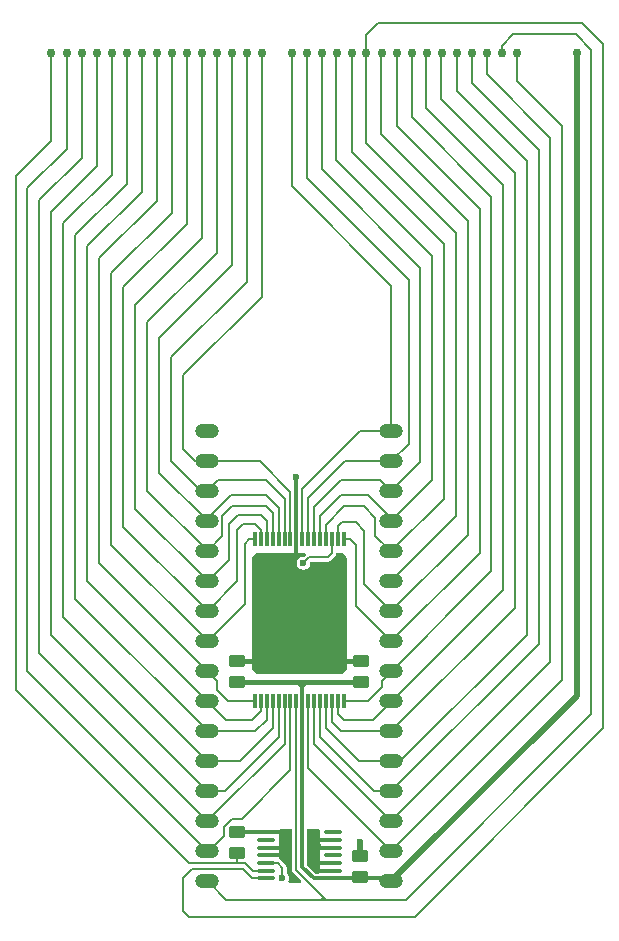
<source format=gbl>
G04 #@! TF.GenerationSoftware,KiCad,Pcbnew,9.0.1*
G04 #@! TF.CreationDate,2025-04-29T10:04:21+02:00*
G04 #@! TF.ProjectId,ProtoHu_revA_layer1,50726f74-6f48-4755-9f72-6576415f6c61,rev?*
G04 #@! TF.SameCoordinates,Original*
G04 #@! TF.FileFunction,Copper,L2,Bot*
G04 #@! TF.FilePolarity,Positive*
%FSLAX46Y46*%
G04 Gerber Fmt 4.6, Leading zero omitted, Abs format (unit mm)*
G04 Created by KiCad (PCBNEW 9.0.1) date 2025-04-29 10:04:21*
%MOMM*%
%LPD*%
G01*
G04 APERTURE LIST*
G04 Aperture macros list*
%AMRoundRect*
0 Rectangle with rounded corners*
0 $1 Rounding radius*
0 $2 $3 $4 $5 $6 $7 $8 $9 X,Y pos of 4 corners*
0 Add a 4 corners polygon primitive as box body*
4,1,4,$2,$3,$4,$5,$6,$7,$8,$9,$2,$3,0*
0 Add four circle primitives for the rounded corners*
1,1,$1+$1,$2,$3*
1,1,$1+$1,$4,$5*
1,1,$1+$1,$6,$7*
1,1,$1+$1,$8,$9*
0 Add four rect primitives between the rounded corners*
20,1,$1+$1,$2,$3,$4,$5,0*
20,1,$1+$1,$4,$5,$6,$7,0*
20,1,$1+$1,$6,$7,$8,$9,0*
20,1,$1+$1,$8,$9,$2,$3,0*%
G04 Aperture macros list end*
G04 #@! TA.AperFunction,SMDPad,CuDef*
%ADD10RoundRect,0.250000X0.450000X-0.262500X0.450000X0.262500X-0.450000X0.262500X-0.450000X-0.262500X0*%
G04 #@! TD*
G04 #@! TA.AperFunction,SMDPad,CuDef*
%ADD11RoundRect,0.250000X-0.450000X0.262500X-0.450000X-0.262500X0.450000X-0.262500X0.450000X0.262500X0*%
G04 #@! TD*
G04 #@! TA.AperFunction,SMDPad,CuDef*
%ADD12R,0.300000X1.300000*%
G04 #@! TD*
G04 #@! TA.AperFunction,ComponentPad*
%ADD13O,2.000000X1.250000*%
G04 #@! TD*
G04 #@! TA.AperFunction,SMDPad,CuDef*
%ADD14RoundRect,0.100000X-0.637500X-0.100000X0.637500X-0.100000X0.637500X0.100000X-0.637500X0.100000X0*%
G04 #@! TD*
G04 #@! TA.AperFunction,ViaPad*
%ADD15C,0.600000*%
G04 #@! TD*
G04 #@! TA.AperFunction,ViaPad*
%ADD16C,0.756400*%
G04 #@! TD*
G04 #@! TA.AperFunction,Conductor*
%ADD17C,0.300000*%
G04 #@! TD*
G04 #@! TA.AperFunction,Conductor*
%ADD18C,0.400000*%
G04 #@! TD*
G04 #@! TA.AperFunction,Conductor*
%ADD19C,0.500000*%
G04 #@! TD*
G04 #@! TA.AperFunction,Conductor*
%ADD20C,0.200000*%
G04 #@! TD*
G04 APERTURE END LIST*
D10*
X143256000Y-137310500D03*
X143256000Y-135485500D03*
X153670000Y-139342500D03*
X153670000Y-137517500D03*
D11*
X143250000Y-121007500D03*
X143250000Y-122832500D03*
D12*
X152245000Y-124450000D03*
X151745000Y-124450000D03*
X151245000Y-124450000D03*
X150745000Y-124450000D03*
X150245000Y-124450000D03*
X149745000Y-124450000D03*
X149245000Y-124450000D03*
X148745000Y-124450000D03*
X148245000Y-124450000D03*
X147745000Y-124450000D03*
X147245000Y-124450000D03*
X146745000Y-124450000D03*
X146245000Y-124450000D03*
X145745000Y-124450000D03*
X145245000Y-124450000D03*
X144745000Y-124450000D03*
X144745000Y-110750000D03*
X145245000Y-110750000D03*
X145745000Y-110750000D03*
X146245000Y-110750000D03*
X146745000Y-110750000D03*
X147245000Y-110750000D03*
X147745000Y-110750000D03*
X148245000Y-110750000D03*
X148745000Y-110750000D03*
X149245000Y-110750000D03*
X149745000Y-110750000D03*
X150245000Y-110750000D03*
X150745000Y-110750000D03*
X151245000Y-110750000D03*
X151745000Y-110750000D03*
X152245000Y-110750000D03*
D11*
X153732400Y-121007500D03*
X153732400Y-122832500D03*
D13*
X140716000Y-139700000D03*
X140716000Y-137160000D03*
X140716000Y-134620000D03*
X140716000Y-132080000D03*
X140716000Y-129540000D03*
X140716000Y-127000000D03*
X140716000Y-124460000D03*
X140716000Y-121920000D03*
X140716000Y-119380000D03*
X140716000Y-116840000D03*
X140716000Y-114300000D03*
X140716000Y-111760000D03*
X140716000Y-109220000D03*
X140716000Y-106680000D03*
X140716000Y-104140000D03*
X140716000Y-101600000D03*
X156274000Y-101600000D03*
X156274000Y-104140000D03*
X156274000Y-106680000D03*
X156274000Y-109220000D03*
X156274000Y-111760000D03*
X156274000Y-114300000D03*
X156274000Y-116840000D03*
X156274000Y-119380000D03*
X156274000Y-121920000D03*
X156274000Y-124460000D03*
X156274000Y-127000000D03*
X156274000Y-129540000D03*
X156274000Y-132080000D03*
X156274000Y-134620000D03*
X156274000Y-137160000D03*
X156274000Y-139700000D03*
D14*
X145637500Y-139450000D03*
X145637500Y-138800000D03*
X145637500Y-138150000D03*
X145637500Y-137500000D03*
X145637500Y-136850000D03*
X145637500Y-136200000D03*
X145637500Y-135550000D03*
X151362500Y-135550000D03*
X151362500Y-136200000D03*
X151362500Y-136850000D03*
X151362500Y-137500000D03*
X151362500Y-138150000D03*
X151362500Y-138800000D03*
X151362500Y-139450000D03*
D15*
X149700000Y-136200000D03*
X151130000Y-120500000D03*
X147300000Y-136200000D03*
X145750000Y-120500000D03*
X153670000Y-136398000D03*
X149700000Y-137700000D03*
X148240000Y-105470600D03*
X151130000Y-117094000D03*
X151130000Y-113284000D03*
X145669000Y-117094000D03*
X147300000Y-137700000D03*
X145669000Y-113284000D03*
D16*
X171983400Y-69570600D03*
X158013400Y-69570600D03*
X159283400Y-69570600D03*
X160553400Y-69570600D03*
X161823400Y-69570600D03*
X163093400Y-69570600D03*
X164363400Y-69570600D03*
X166903400Y-69570600D03*
X165633400Y-69570600D03*
X128803400Y-69570600D03*
X130073400Y-69570600D03*
X131343400Y-69570600D03*
X132613400Y-69570600D03*
X133883400Y-69570600D03*
X135153400Y-69570600D03*
X136423400Y-69570600D03*
X137693400Y-69570600D03*
X138963400Y-69570600D03*
X140233400Y-69570600D03*
X141503400Y-69570600D03*
X142773400Y-69570600D03*
X144043400Y-69570600D03*
X145313400Y-69570600D03*
X147853400Y-69570600D03*
X149123400Y-69570600D03*
X150393400Y-69570600D03*
X151663400Y-69570600D03*
X152933400Y-69570600D03*
D15*
X147066000Y-139446000D03*
X148844000Y-112776000D03*
D16*
X155473400Y-69570600D03*
X156743400Y-69570600D03*
X127508000Y-69596000D03*
X154178000Y-69596000D03*
D17*
X151362500Y-138150000D02*
X150150000Y-138150000D01*
X150350000Y-136850000D02*
X149700000Y-136200000D01*
X149286000Y-115250000D02*
X151130000Y-117094000D01*
X147066000Y-114193000D02*
X148123000Y-115250000D01*
D18*
X145750000Y-120500000D02*
X145242500Y-121007500D01*
X151130000Y-120500000D02*
X150599000Y-120500000D01*
D17*
X147320000Y-136652000D02*
X147122000Y-136850000D01*
X151362500Y-136850000D02*
X150350000Y-136850000D01*
X147122000Y-136850000D02*
X145637500Y-136850000D01*
X149700000Y-138450000D02*
X149700000Y-137700000D01*
X143320500Y-135550000D02*
X143256000Y-135485500D01*
X150150000Y-138150000D02*
X149700000Y-137700000D01*
X151362500Y-136200000D02*
X149700000Y-136200000D01*
D18*
X150599000Y-120500000D02*
X148123000Y-118024000D01*
D17*
X147066000Y-113284000D02*
X145669000Y-113284000D01*
X153390400Y-121070000D02*
X153732400Y-121070000D01*
X148123000Y-115250000D02*
X148123000Y-116332000D01*
X147100000Y-137500000D02*
X147300000Y-137700000D01*
X147066000Y-113284000D02*
X147066000Y-114193000D01*
X148240000Y-105470600D02*
X148240000Y-112110000D01*
D18*
X145750000Y-120500000D02*
X148123000Y-118127000D01*
D17*
X147320000Y-136200000D02*
X147320000Y-136652000D01*
X148123000Y-116332000D02*
X146431000Y-116332000D01*
X147320000Y-136200000D02*
X147320000Y-135720000D01*
D18*
X148123000Y-118024000D02*
X148123000Y-116332000D01*
D17*
X145637500Y-137500000D02*
X147100000Y-137500000D01*
D18*
X151700000Y-121070000D02*
X153390400Y-121070000D01*
X151130000Y-120500000D02*
X151700000Y-121070000D01*
D19*
X153670000Y-137517500D02*
X153670000Y-136398000D01*
D18*
X145242500Y-121007500D02*
X143250000Y-121007500D01*
D17*
X146431000Y-116332000D02*
X145669000Y-117094000D01*
X147150000Y-135550000D02*
X145637500Y-135550000D01*
X151362500Y-138800000D02*
X150050000Y-138800000D01*
D18*
X148123000Y-118127000D02*
X148123000Y-116332000D01*
D17*
X147320000Y-135720000D02*
X147150000Y-135550000D01*
X150050000Y-138800000D02*
X149700000Y-138450000D01*
X148123000Y-115250000D02*
X149286000Y-115250000D01*
X148240000Y-112110000D02*
X147066000Y-113284000D01*
X145637500Y-135550000D02*
X143320500Y-135550000D01*
X148745000Y-123210000D02*
X149122500Y-122832500D01*
X156025000Y-139446000D02*
X156279000Y-139700000D01*
D18*
X148162500Y-122832500D02*
X149500000Y-122832500D01*
X148162500Y-122832500D02*
X143250000Y-122832500D01*
D17*
X149700000Y-139450000D02*
X151362500Y-139450000D01*
D19*
X156279000Y-139700000D02*
X171983400Y-123995600D01*
X171983400Y-123995600D02*
X171983400Y-69570600D01*
D17*
X148745000Y-123205000D02*
X148745000Y-123415000D01*
X153773500Y-139446000D02*
X156025000Y-139446000D01*
X148745000Y-123415000D02*
X148745000Y-124260920D01*
X153670000Y-139342500D02*
X153773500Y-139446000D01*
X148745000Y-138495000D02*
X149700000Y-139450000D01*
X151362500Y-139450000D02*
X153562500Y-139450000D01*
X149122500Y-122832500D02*
X149500000Y-122832500D01*
X148745000Y-123415000D02*
X148745000Y-123210000D01*
X148162500Y-122832500D02*
X148372500Y-122832500D01*
X153562500Y-139450000D02*
X153670000Y-139342500D01*
X148745000Y-124450000D02*
X148745000Y-138495000D01*
D18*
X149500000Y-122832500D02*
X153732400Y-122832500D01*
D17*
X148372500Y-122832500D02*
X148745000Y-123205000D01*
D20*
X164750000Y-113449000D02*
X164750000Y-81750000D01*
X154300000Y-124450000D02*
X155500000Y-123250000D01*
X155500000Y-122699000D02*
X164750000Y-113449000D01*
X152245000Y-124450000D02*
X154300000Y-124450000D01*
X158013400Y-75013400D02*
X158013400Y-69570600D01*
X155500000Y-123250000D02*
X155500000Y-122699000D01*
X164750000Y-81750000D02*
X158013400Y-75013400D01*
X165750000Y-114989000D02*
X165750000Y-80750000D01*
X151745000Y-124450000D02*
X151745000Y-125495000D01*
X159258000Y-74258000D02*
X159258000Y-69596000D01*
X154739000Y-126000000D02*
X165750000Y-114989000D01*
X165750000Y-80750000D02*
X159258000Y-74258000D01*
X151745000Y-125495000D02*
X152250000Y-126000000D01*
X152250000Y-126000000D02*
X154739000Y-126000000D01*
X159258000Y-69596000D02*
X159283400Y-69570600D01*
X152000000Y-127000000D02*
X156279000Y-127000000D01*
X151245000Y-124450000D02*
X151245000Y-126245000D01*
X156279000Y-127000000D02*
X166750000Y-116529000D01*
X160451800Y-73451800D02*
X160451800Y-69672200D01*
X160451800Y-69672200D02*
X160553400Y-69570600D01*
X151245000Y-126245000D02*
X152000000Y-127000000D01*
X166750000Y-116529000D02*
X166750000Y-79750000D01*
X166750000Y-79750000D02*
X160451800Y-73451800D01*
X167750000Y-78750000D02*
X161823400Y-72823400D01*
X153540000Y-129540000D02*
X150745000Y-126745000D01*
X161823400Y-72823400D02*
X161823400Y-69570600D01*
X156692600Y-129540000D02*
X157009000Y-129540000D01*
X157009000Y-129540000D02*
X153540000Y-129540000D01*
X150745000Y-126745000D02*
X150745000Y-124450000D01*
X167750000Y-118799000D02*
X167750000Y-78750000D01*
X157009000Y-129540000D02*
X167750000Y-118799000D01*
X154830000Y-132080000D02*
X156274000Y-132080000D01*
X168750000Y-119604000D02*
X168750000Y-77750000D01*
X150245000Y-124450000D02*
X150245000Y-127495000D01*
X168750000Y-77750000D02*
X163093400Y-72093400D01*
X156274000Y-132080000D02*
X168750000Y-119604000D01*
X163093400Y-72093400D02*
X163093400Y-69570600D01*
X150245000Y-127495000D02*
X154830000Y-132080000D01*
X169750000Y-76750000D02*
X164363400Y-71363400D01*
X164363400Y-71363400D02*
X164363400Y-69570600D01*
X149745000Y-124450000D02*
X149745000Y-128091000D01*
X149745000Y-128091000D02*
X156274000Y-134620000D01*
X156274000Y-134620000D02*
X169750000Y-121144000D01*
X169750000Y-121144000D02*
X169750000Y-76750000D01*
X170750000Y-122684000D02*
X170750000Y-75750000D01*
X156274000Y-137160000D02*
X170750000Y-122684000D01*
X156274000Y-137160000D02*
X149245000Y-130131000D01*
X170750000Y-75750000D02*
X166903400Y-71903400D01*
X149245000Y-130131000D02*
X149245000Y-124450000D01*
X166903400Y-71903400D02*
X166903400Y-69570600D01*
X173228000Y-125522000D02*
X157500000Y-141250000D01*
X165633400Y-68935600D02*
X166573200Y-67995800D01*
X166573200Y-67995800D02*
X171907200Y-67995800D01*
X157500000Y-141250000D02*
X150500000Y-141250000D01*
X173228000Y-69316600D02*
X173228000Y-125522000D01*
X171907200Y-67995800D02*
X173228000Y-69316600D01*
X150250000Y-141250000D02*
X142271000Y-141250000D01*
X140721000Y-139700000D02*
X140721000Y-139192000D01*
X150500000Y-141250000D02*
X150250000Y-141250000D01*
X150500000Y-141100000D02*
X150350000Y-141250000D01*
X148245000Y-124450000D02*
X148245000Y-138745000D01*
X150350000Y-141250000D02*
X150250000Y-141250000D01*
X165633400Y-69570600D02*
X165633400Y-68935600D01*
X142271000Y-141250000D02*
X140721000Y-139700000D01*
X150500000Y-141000000D02*
X150750000Y-141250000D01*
X150500000Y-141000000D02*
X150500000Y-141100000D01*
X148245000Y-138745000D02*
X150500000Y-141000000D01*
X147745000Y-130255000D02*
X143600000Y-134400000D01*
X140840000Y-137160000D02*
X140716000Y-137160000D01*
X142100000Y-135059249D02*
X142100000Y-135900000D01*
X147745000Y-124450000D02*
X147745000Y-130255000D01*
X140716000Y-137160000D02*
X125476000Y-121920000D01*
X128803400Y-77696600D02*
X128803400Y-69570600D01*
X143600000Y-134400000D02*
X142759249Y-134400000D01*
X142100000Y-135900000D02*
X140840000Y-137160000D01*
X125476000Y-81024000D02*
X128803400Y-77696600D01*
X142759249Y-134400000D02*
X142100000Y-135059249D01*
X125476000Y-121920000D02*
X125476000Y-81024000D01*
X147245000Y-124450000D02*
X147245000Y-128091000D01*
X126492000Y-120396000D02*
X126492000Y-82008000D01*
X126492000Y-82008000D02*
X130073400Y-78426600D01*
X140716000Y-134620000D02*
X126492000Y-120396000D01*
X147245000Y-128091000D02*
X140716000Y-134620000D01*
X130073400Y-78426600D02*
X130073400Y-69570600D01*
X146745000Y-127505000D02*
X142170000Y-132080000D01*
X142170000Y-132080000D02*
X140716000Y-132080000D01*
X127508000Y-118872000D02*
X127508000Y-82992000D01*
X131343400Y-79156600D02*
X131343400Y-69570600D01*
X140716000Y-132080000D02*
X127508000Y-118872000D01*
X127508000Y-82992000D02*
X131343400Y-79156600D01*
X146745000Y-124450000D02*
X146745000Y-127505000D01*
X146245000Y-126755000D02*
X143460000Y-129540000D01*
X146245000Y-124450000D02*
X146245000Y-126755000D01*
X128524000Y-117348000D02*
X128524000Y-83976000D01*
X128524000Y-83976000D02*
X132613400Y-79886600D01*
X140716000Y-129540000D02*
X128524000Y-117348000D01*
X143460000Y-129540000D02*
X140716000Y-129540000D01*
X132613400Y-79886600D02*
X132613400Y-69570600D01*
X140721000Y-127000000D02*
X140372000Y-127000000D01*
X133883400Y-80616600D02*
X133883400Y-69570600D01*
X129540000Y-115819000D02*
X129540000Y-84960000D01*
X129540000Y-84960000D02*
X133883400Y-80616600D01*
X140721000Y-127000000D02*
X129540000Y-115819000D01*
X145745000Y-126005000D02*
X145745000Y-124450000D01*
X144750000Y-127000000D02*
X145745000Y-126005000D01*
X140721000Y-127000000D02*
X144750000Y-127000000D01*
X145245000Y-124450000D02*
X145245000Y-125255000D01*
X145245000Y-125255000D02*
X144500000Y-126000000D01*
X130556000Y-114295000D02*
X130556000Y-85944000D01*
X130556000Y-85944000D02*
X135153400Y-81346600D01*
X142261000Y-126000000D02*
X130556000Y-114295000D01*
X135153400Y-81346600D02*
X135153400Y-69570600D01*
X144500000Y-126000000D02*
X142261000Y-126000000D01*
X136423400Y-82076600D02*
X136423400Y-69570600D01*
X141500000Y-122699000D02*
X131572000Y-112771000D01*
X131572000Y-112771000D02*
X131572000Y-86928000D01*
X131572000Y-86928000D02*
X136423400Y-82076600D01*
X142450000Y-124450000D02*
X141500000Y-123500000D01*
X144745000Y-124450000D02*
X142450000Y-124450000D01*
X141500000Y-123500000D02*
X141500000Y-122699000D01*
X132588000Y-111247000D02*
X140721000Y-119380000D01*
X132588000Y-88204000D02*
X132588000Y-111247000D01*
X137693400Y-83098600D02*
X132588000Y-88204000D01*
X143891000Y-116210000D02*
X143891000Y-111125000D01*
X137693400Y-69570600D02*
X137693400Y-83098600D01*
X143891000Y-111125000D02*
X144266000Y-110750000D01*
X144266000Y-110750000D02*
X144745000Y-110750000D01*
X140721000Y-119380000D02*
X143891000Y-116210000D01*
X143256000Y-109982000D02*
X143764000Y-109474000D01*
X138963400Y-84036600D02*
X133604000Y-89396000D01*
X138963400Y-69570600D02*
X138963400Y-84036600D01*
X143256000Y-114305000D02*
X143256000Y-109982000D01*
X133604000Y-89396000D02*
X133604000Y-109723000D01*
X143764000Y-109474000D02*
X144780000Y-109474000D01*
X144780000Y-109474000D02*
X145245000Y-109939000D01*
X133604000Y-109723000D02*
X140721000Y-116840000D01*
X145245000Y-109939000D02*
X145245000Y-110750000D01*
X140721000Y-116840000D02*
X143256000Y-114305000D01*
X134620000Y-90880000D02*
X134620000Y-108199000D01*
X145745000Y-109169000D02*
X145745000Y-110750000D01*
X134620000Y-108199000D02*
X140721000Y-114300000D01*
X145288000Y-108712000D02*
X145745000Y-109169000D01*
X140233400Y-85266600D02*
X134620000Y-90880000D01*
X142556400Y-112464600D02*
X142556400Y-109442800D01*
X140721000Y-114300000D02*
X142556400Y-112464600D01*
X142556400Y-109442800D02*
X143287200Y-108712000D01*
X143287200Y-108712000D02*
X145288000Y-108712000D01*
X140233400Y-69570600D02*
X140233400Y-85266600D01*
X140721000Y-111760000D02*
X141986000Y-110495000D01*
X141986000Y-108774400D02*
X142810400Y-107950000D01*
X141986000Y-110495000D02*
X141986000Y-108774400D01*
X142810400Y-107950000D02*
X145655200Y-107950000D01*
X141503400Y-86496600D02*
X135636000Y-92364000D01*
X141503400Y-69570600D02*
X141503400Y-86496600D01*
X146245000Y-108539800D02*
X146245000Y-110750000D01*
X145655200Y-107950000D02*
X146245000Y-108539800D01*
X135636000Y-106675000D02*
X140721000Y-111760000D01*
X135636000Y-92364000D02*
X135636000Y-106675000D01*
X136652000Y-105151000D02*
X140721000Y-109220000D01*
X142682000Y-107000000D02*
X145670400Y-107000000D01*
X140721000Y-108961000D02*
X142682000Y-107000000D01*
X136652000Y-93704000D02*
X136652000Y-105151000D01*
X142824200Y-87531800D02*
X136652000Y-93704000D01*
X142824200Y-69621400D02*
X142824200Y-87531800D01*
X145670400Y-107000000D02*
X146745000Y-108074600D01*
X142773400Y-69570600D02*
X142824200Y-69621400D01*
X140721000Y-109220000D02*
X140721000Y-108961000D01*
X146745000Y-108074600D02*
X146745000Y-110750000D01*
X144068800Y-88931200D02*
X137668000Y-95332000D01*
X140208000Y-106680000D02*
X140716000Y-106680000D01*
X144043400Y-69570600D02*
X144068800Y-69596000D01*
X145639600Y-105750000D02*
X147245000Y-107355400D01*
X147245000Y-107355400D02*
X147245000Y-110750000D01*
X140716000Y-106680000D02*
X141646000Y-105750000D01*
X137668000Y-95332000D02*
X137668000Y-104140000D01*
X144068800Y-69596000D02*
X144068800Y-88931200D01*
X141646000Y-105750000D02*
X145639600Y-105750000D01*
X137668000Y-104140000D02*
X140208000Y-106680000D01*
X147745000Y-106745000D02*
X147745000Y-110750000D01*
X139700000Y-104140000D02*
X138684000Y-103124000D01*
X140721000Y-104140000D02*
X145140000Y-104140000D01*
X145140000Y-104140000D02*
X147745000Y-106745000D01*
X140721000Y-104140000D02*
X139700000Y-104140000D01*
X138684000Y-96816000D02*
X145313400Y-90186600D01*
X145313400Y-90186600D02*
X145313400Y-69570600D01*
X138684000Y-103124000D02*
X138684000Y-96816000D01*
X140721000Y-104140000D02*
X140721000Y-104133400D01*
X156274000Y-101600000D02*
X156274000Y-89274000D01*
X156274000Y-89274000D02*
X147853400Y-80853400D01*
X148745000Y-106513000D02*
X148745000Y-110750000D01*
X153658000Y-101600000D02*
X148745000Y-106513000D01*
X156279000Y-101600000D02*
X156274000Y-101600000D01*
X147853400Y-80853400D02*
X147853400Y-69570600D01*
X156274000Y-101600000D02*
X153658000Y-101600000D01*
X157750000Y-88750000D02*
X157750000Y-102669000D01*
X149245000Y-107255000D02*
X149245000Y-110750000D01*
X152360000Y-104140000D02*
X149245000Y-107255000D01*
X156279000Y-104140000D02*
X152360000Y-104140000D01*
X149123400Y-69570600D02*
X149123400Y-80123400D01*
X157750000Y-102669000D02*
X156279000Y-104140000D01*
X149123400Y-80123400D02*
X157750000Y-88750000D01*
X155344000Y-105750000D02*
X152000000Y-105750000D01*
X156279000Y-106680000D02*
X156274000Y-106680000D01*
X158750000Y-87750000D02*
X158750000Y-104209000D01*
X149745000Y-108005000D02*
X149745000Y-110750000D01*
X156274000Y-106680000D02*
X155344000Y-105750000D01*
X150393400Y-79393400D02*
X158750000Y-87750000D01*
X150393400Y-69570600D02*
X150393400Y-79393400D01*
X158750000Y-104209000D02*
X156279000Y-106680000D01*
X152000000Y-105750000D02*
X149745000Y-108005000D01*
X152000000Y-107000000D02*
X150245000Y-108755000D01*
X151663400Y-69570600D02*
X151638000Y-69596000D01*
X150245000Y-108755000D02*
X150245000Y-110750000D01*
X154306400Y-107000000D02*
X152000000Y-107000000D01*
X159750000Y-86750000D02*
X159750000Y-105749000D01*
X159750000Y-105749000D02*
X156279000Y-109220000D01*
X156279000Y-109220000D02*
X156279000Y-108972600D01*
X156279000Y-108972600D02*
X154306400Y-107000000D01*
X151638000Y-69596000D02*
X151638000Y-78638000D01*
X151638000Y-78638000D02*
X159750000Y-86750000D01*
X152300000Y-107950000D02*
X150745000Y-109505000D01*
X160750000Y-107289000D02*
X156279000Y-111760000D01*
X152933400Y-69570600D02*
X152933400Y-77933400D01*
X160750000Y-85750000D02*
X160750000Y-107289000D01*
X156279000Y-111760000D02*
X154940000Y-110421000D01*
X152933400Y-77933400D02*
X160750000Y-85750000D01*
X154940000Y-108903600D02*
X153986400Y-107950000D01*
X153986400Y-107950000D02*
X152300000Y-107950000D01*
X150745000Y-109505000D02*
X150745000Y-110750000D01*
X154940000Y-110421000D02*
X154940000Y-108903600D01*
X151245000Y-111913000D02*
X151245000Y-110750000D01*
X148844000Y-112776000D02*
X149352000Y-112268000D01*
X149352000Y-112268000D02*
X150890000Y-112268000D01*
X146650000Y-138150000D02*
X147066000Y-138566000D01*
X150890000Y-112268000D02*
X151245000Y-111913000D01*
X145637500Y-138150000D02*
X146650000Y-138150000D01*
X147066000Y-138566000D02*
X147066000Y-139446000D01*
X152116000Y-109250000D02*
X151745000Y-109621000D01*
X155422600Y-69621400D02*
X155422600Y-76422600D01*
X154000000Y-114561000D02*
X154000000Y-110000000D01*
X156279000Y-116840000D02*
X154000000Y-114561000D01*
X162750000Y-83750000D02*
X162750000Y-110369000D01*
X162750000Y-110369000D02*
X156279000Y-116840000D01*
X155473400Y-69570600D02*
X155422600Y-69621400D01*
X151745000Y-109621000D02*
X151745000Y-110750000D01*
X153250000Y-109250000D02*
X152116000Y-109250000D01*
X155422600Y-76422600D02*
X162750000Y-83750000D01*
X154000000Y-110000000D02*
X153250000Y-109250000D01*
X163750000Y-111909000D02*
X156279000Y-119380000D01*
X152750000Y-110750000D02*
X152245000Y-110750000D01*
X156279000Y-119380000D02*
X153250000Y-116351000D01*
X156743400Y-69570600D02*
X156743400Y-75743400D01*
X153250000Y-111250000D02*
X152750000Y-110750000D01*
X163750000Y-82750000D02*
X163750000Y-111909000D01*
X156743400Y-75743400D02*
X163750000Y-82750000D01*
X153250000Y-116351000D02*
X153250000Y-111250000D01*
X144550000Y-138800000D02*
X143900000Y-138150000D01*
X145637500Y-138800000D02*
X144550000Y-138800000D01*
X143256000Y-137310500D02*
X143256000Y-138150000D01*
X139150000Y-138150000D02*
X143256000Y-138150000D01*
X127508000Y-76992000D02*
X124500000Y-80000000D01*
X143900000Y-138150000D02*
X143256000Y-138150000D01*
X127508000Y-69596000D02*
X127508000Y-76992000D01*
X124500000Y-80000000D02*
X124500000Y-123500000D01*
X124500000Y-123500000D02*
X139150000Y-138150000D01*
X138684000Y-139446000D02*
X138684000Y-142240000D01*
X172466000Y-67056000D02*
X155194000Y-67056000D01*
X156274000Y-114300000D02*
X161798000Y-108776000D01*
X145641500Y-139446000D02*
X145637500Y-139450000D01*
X161798000Y-108776000D02*
X161798000Y-84798000D01*
X174244000Y-68834000D02*
X172466000Y-67056000D01*
X155194000Y-67056000D02*
X154178000Y-68072000D01*
X138684000Y-142240000D02*
X139194000Y-142750000D01*
X158250000Y-142750000D02*
X174244000Y-126756000D01*
X144450000Y-139450000D02*
X143684000Y-138684000D01*
X154178000Y-68072000D02*
X154178000Y-69596000D01*
X139194000Y-142750000D02*
X158250000Y-142750000D01*
X154178000Y-77178000D02*
X154178000Y-69596000D01*
X161798000Y-84798000D02*
X154178000Y-77178000D01*
X139446000Y-138684000D02*
X138684000Y-139446000D01*
X174244000Y-126756000D02*
X174244000Y-68834000D01*
X145637500Y-139450000D02*
X144450000Y-139450000D01*
X143684000Y-138684000D02*
X139446000Y-138684000D01*
G04 #@! TA.AperFunction,Conductor*
G36*
X147837539Y-135265685D02*
G01*
X147883294Y-135318489D01*
X147894500Y-135370000D01*
X147894500Y-138791144D01*
X147909325Y-138846470D01*
X147909324Y-138846470D01*
X147909325Y-138846472D01*
X147918384Y-138880284D01*
X147918385Y-138880286D01*
X147964527Y-138960208D01*
X147964531Y-138960213D01*
X148614637Y-139610319D01*
X148648122Y-139671642D01*
X148643138Y-139741334D01*
X148601266Y-139797267D01*
X148535802Y-139821684D01*
X148526956Y-139822000D01*
X147696770Y-139822000D01*
X147629731Y-139802315D01*
X147583976Y-139749511D01*
X147574032Y-139680353D01*
X147576995Y-139665906D01*
X147578982Y-139658486D01*
X147578984Y-139658485D01*
X147616500Y-139518475D01*
X147616500Y-139373525D01*
X147578984Y-139233515D01*
X147518942Y-139129520D01*
X147506511Y-139107988D01*
X147506506Y-139107982D01*
X147452819Y-139054295D01*
X147419334Y-138992972D01*
X147416500Y-138966614D01*
X147416500Y-138519858D01*
X147416500Y-138519856D01*
X147392614Y-138430712D01*
X147392474Y-138430469D01*
X147346470Y-138350788D01*
X146865212Y-137869530D01*
X146865209Y-137869528D01*
X146858763Y-137864582D01*
X146860492Y-137862327D01*
X146821777Y-137821713D01*
X146808000Y-137764907D01*
X146808000Y-135370000D01*
X146827685Y-135302961D01*
X146880489Y-135257206D01*
X146932000Y-135246000D01*
X147770500Y-135246000D01*
X147837539Y-135265685D01*
G37*
G04 #@! TD.AperFunction*
G04 #@! TA.AperFunction,Conductor*
G36*
X150184039Y-135265685D02*
G01*
X150229794Y-135318489D01*
X150241000Y-135370000D01*
X150241000Y-138925500D01*
X150238449Y-138934185D01*
X150239738Y-138943147D01*
X150228759Y-138967187D01*
X150221315Y-138992539D01*
X150214474Y-138998466D01*
X150210713Y-139006703D01*
X150188478Y-139020992D01*
X150168511Y-139038294D01*
X150157996Y-139040581D01*
X150151935Y-139044477D01*
X150117000Y-139049500D01*
X149917255Y-139049500D01*
X149850216Y-139029815D01*
X149829574Y-139013181D01*
X149181819Y-138365426D01*
X149148334Y-138304103D01*
X149145500Y-138277745D01*
X149145500Y-135370000D01*
X149165185Y-135302961D01*
X149217989Y-135257206D01*
X149269500Y-135246000D01*
X150117000Y-135246000D01*
X150184039Y-135265685D01*
G37*
G04 #@! TD.AperFunction*
G04 #@! TA.AperFunction,Conductor*
G36*
X149004995Y-111906685D02*
G01*
X149050750Y-111959489D01*
X149060694Y-112028647D01*
X149031669Y-112092203D01*
X149025637Y-112098681D01*
X148935137Y-112189181D01*
X148873814Y-112222666D01*
X148847456Y-112225500D01*
X148771525Y-112225500D01*
X148642993Y-112259940D01*
X148631511Y-112263017D01*
X148505988Y-112335488D01*
X148505982Y-112335493D01*
X148403493Y-112437982D01*
X148403488Y-112437988D01*
X148331017Y-112563511D01*
X148331016Y-112563515D01*
X148293500Y-112703525D01*
X148293500Y-112848475D01*
X148331016Y-112988485D01*
X148331017Y-112988488D01*
X148403488Y-113114011D01*
X148403490Y-113114013D01*
X148403491Y-113114015D01*
X148505985Y-113216509D01*
X148505986Y-113216510D01*
X148505988Y-113216511D01*
X148631511Y-113288982D01*
X148631512Y-113288982D01*
X148631515Y-113288984D01*
X148771525Y-113326500D01*
X148771528Y-113326500D01*
X148916472Y-113326500D01*
X148916475Y-113326500D01*
X149056485Y-113288984D01*
X149182015Y-113216509D01*
X149284509Y-113114015D01*
X149356984Y-112988485D01*
X149394500Y-112848475D01*
X149394500Y-112772544D01*
X149403144Y-112743103D01*
X149409668Y-112713117D01*
X149413422Y-112708101D01*
X149414185Y-112705505D01*
X149430819Y-112684863D01*
X149460863Y-112654819D01*
X149522186Y-112621334D01*
X149548544Y-112618500D01*
X150936142Y-112618500D01*
X150936144Y-112618500D01*
X151025288Y-112594614D01*
X151105212Y-112548470D01*
X151525470Y-112128212D01*
X151571614Y-112048288D01*
X151590204Y-111978905D01*
X151626569Y-111919246D01*
X151689416Y-111888717D01*
X151709979Y-111887000D01*
X152067638Y-111887000D01*
X152134677Y-111906685D01*
X152155319Y-111923319D01*
X152463681Y-112231681D01*
X152497166Y-112293004D01*
X152500000Y-112319362D01*
X152500000Y-121741638D01*
X152480315Y-121808677D01*
X152463681Y-121829319D01*
X152155319Y-122137681D01*
X152093996Y-122171166D01*
X152067638Y-122174000D01*
X144931362Y-122174000D01*
X144864323Y-122154315D01*
X144843681Y-122137681D01*
X144535319Y-121829319D01*
X144501834Y-121767996D01*
X144499000Y-121741638D01*
X144499000Y-112319362D01*
X144518685Y-112252323D01*
X144535319Y-112231681D01*
X144843681Y-111923319D01*
X144905004Y-111889834D01*
X144931362Y-111887000D01*
X148937956Y-111887000D01*
X149004995Y-111906685D01*
G37*
G04 #@! TD.AperFunction*
M02*

</source>
